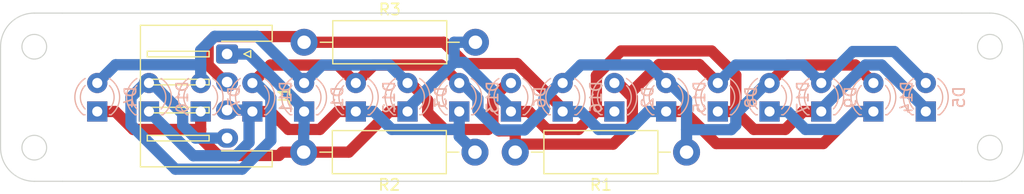
<source format=kicad_pcb>
(kicad_pcb (version 20211014) (generator pcbnew)
  (layers (0 "F.Cu" signal) (31 "B.Cu" signal) (34 "B.Paste" user) (35 "F.Paste" user) (36 "B.SilkS" user "B.Silkscreen") (37 "F.SilkS" user "F.Silkscreen") (38 "B.Mask" user) (39 "F.Mask" user) (44 "Edge.Cuts" user))
  (net 0 "")
  (net 1 "3.3V")
  (net 2 "Net-(D1-Pad2)")
  (net 3 "SIG_1")
  (net 4 "GND")
  (net 5 "SIG_2")
  (footprint "Resistor_THT:R_Axial_DIN0411_L9.9mm_D3.6mm_P15.24mm_Horizontal" (layer "F.Cu") (at 202.7 135.4 180)
    (fp_text reference "R2" (at 7.62 -2.92) (layer "F.SilkS"))
    (fp_text value "100K")
    (fp_line (start 12.69 1.92) (end 12.69 -1.92) (layer "F.SilkS") (width 0.12))
    (fp_line (start 2.55 1.92) (end 12.69 1.92) (layer "F.SilkS") (width 0.12))
    (fp_line (start 13.8 0) (end 12.69 0) (layer "F.SilkS") (width 0.12))
    (fp_line (start 1.44 0) (end 2.55 0) (layer "F.SilkS") (width 0.12))
    (fp_line (start 12.69 -1.92) (end 2.55 -1.92) (layer "F.SilkS") (width 0.12))
    (fp_line (start 2.55 -1.92) (end 2.55 1.92) (layer "F.SilkS") (width 0.12))
    (pad "1" thru_hole circle (at 0 0 180) (size 2.4 2.4) (drill 1.2) (layers *.Cu *.Mask) (net 3 "SIG_1"))
    (pad "2" thru_hole oval (at 15.24 0 180) (size 2.4 2.4) (drill 1.2) (layers *.Cu *.Mask) (net 4 "GND"))
  )
  (footprint "Resistor_THT:R_Axial_DIN0411_L9.9mm_D3.6mm_P15.24mm_Horizontal" (layer "F.Cu") (at 187.5 125.6)
    (fp_text reference "R3" (at 7.62 -2.92) (layer "F.SilkS"))
    (fp_text value "100K")
    (fp_line (start 1.44 0) (end 2.55 0) (layer "F.SilkS") (width 0.12))
    (fp_line (start 2.55 -1.92) (end 2.55 1.92) (layer "F.SilkS") (width 0.12))
    (fp_line (start 12.69 -1.92) (end 2.55 -1.92) (layer "F.SilkS") (width 0.12))
    (fp_line (start 13.8 0) (end 12.69 0) (layer "F.SilkS") (width 0.12))
    (fp_line (start 2.55 1.92) (end 12.69 1.92) (layer "F.SilkS") (width 0.12))
    (fp_line (start 12.69 1.92) (end 12.69 -1.92) (layer "F.SilkS") (width 0.12))
    (pad "1" thru_hole circle (at 0 0) (size 2.4 2.4) (drill 1.2) (layers *.Cu *.Mask) (net 5 "SIG_2"))
    (pad "2" thru_hole oval (at 15.24 0) (size 2.4 2.4) (drill 1.2) (layers *.Cu *.Mask) (net 4 "GND"))
  )
  (footprint "Resistor_THT:R_Axial_DIN0411_L9.9mm_D3.6mm_P15.24mm_Horizontal" (layer "F.Cu") (at 221.52 135.4 180)
    (fp_text reference "R1" (at 7.62 -2.92) (layer "F.SilkS"))
    (fp_text value "47R")
    (fp_line (start 12.69 1.92) (end 12.69 -1.92) (layer "F.SilkS") (width 0.12))
    (fp_line (start 13.8 0) (end 12.69 0) (layer "F.SilkS") (width 0.12))
    (fp_line (start 2.55 1.92) (end 12.69 1.92) (layer "F.SilkS") (width 0.12))
    (fp_line (start 2.55 -1.92) (end 2.55 1.92) (layer "F.SilkS") (width 0.12))
    (fp_line (start 1.44 0) (end 2.55 0) (layer "F.SilkS") (width 0.12))
    (fp_line (start 12.69 -1.92) (end 2.55 -1.92) (layer "F.SilkS") (width 0.12))
    (pad "1" thru_hole circle (at 0 0 180) (size 2.4 2.4) (drill 1.2) (layers *.Cu *.Mask) (net 1 "3.3V"))
    (pad "2" thru_hole oval (at 15.24 0 180) (size 2.4 2.4) (drill 1.2) (layers *.Cu *.Mask) (net 2 "Net-(D1-Pad2)"))
  )
  (footprint "Connector_JST:JST_XH_S4B-XH-A-1_1x04_P2.50mm_Horizontal" (layer "F.Cu") (at 180.65 126.65 -90)
    (fp_text reference "J1" (at 3.75 -5.1 90) (layer "F.SilkS"))
    (fp_text value "Conn_01x04")
    (fp_line (start 2.75 7.1) (end 2.75 1.6) (layer "F.SilkS") (width 0.12))
    (fp_line (start 4.75 1.6) (end 4.75 7.1) (layer "F.SilkS") (width 0.12))
    (fp_line (start 2.75 1.6) (end 2.25 1.6) (layer "F.SilkS") (width 0.12))
    (fp_line (start 7.75 7.1) (end 7.75 1.6) (layer "F.SilkS") (width 0.12))
    (fp_line (start 7.25 7.1) (end 7.75 7.1) (layer "F.SilkS") (width 0.12))
    (fp_line (start 7.25 1.6) (end 7.25 7.1) (layer "F.SilkS") (width 0.12))
    (fp_line (start -0.25 1.6) (end -0.25 7.1) (layer "F.SilkS") (width 0.12))
    (fp_line (start 3.75 7.71) (end 10.06 7.71) (layer "F.SilkS") (width 0.12))
    (fp_line (start 4.75 7.1) (end 5.25 7.1) (layer "F.SilkS") (width 0.12))
    (fp_line (start -1.14 -4.01) (end -1.14 0.49) (layer "F.SilkS") (width 0.12))
    (fp_line (start 10.06 7.71) (end 10.06 -4.01) (layer "F.SilkS") (width 0.12))
    (fp_line (start 3.75 7.71) (end -2.56 7.71) (layer "F.SilkS") (width 0.12))
    (fp_line (start 10.06 -4.01) (end 8.64 -4.01) (layer "F.SilkS") (width 0.12))
    (fp_line (start 5.25 1.6) (end 4.75 1.6) (layer "F.SilkS") (width 0.12))
    (fp_line (start 2.25 1.6) (end 2.25 7.1) (layer "F.SilkS") (width 0.12))
    (fp_line (start 0.25 1.6) (end -0.25 1.6) (layer "F.SilkS") (width 0.12))
    (fp_line (start 0 -1.5) (end -0.3 -2.1) (layer "F.SilkS") (width 0.12))
    (fp_line (start 0.3 -2.1) (end 0 -1.5) (layer "F.SilkS") (width 0.12))
    (fp_line (start -2.56 7.71) (end -2.56 -4.01) (layer "F.SilkS") (width 0.12))
    (fp_line (start -2.56 -4.01) (end -1.14 -4.01) (layer "F.SilkS") (width 0.12))
    (fp_line (start 8.64 -4.01) (end 8.64 0.49) (layer "F.SilkS") (width 0.12))
    (fp_line (start 7.75 1.6) (end 7.25 1.6) (layer "F.SilkS") (width 0.12))
    (fp_line (start 0.25 7.1) (end 0.25 1.6) (layer "F.SilkS") (width 0.12))
    (fp_line (start 5.25 7.1) (end 5.25 1.6) (layer "F.SilkS") (width 0.12))
    (fp_line (start -0.25 7.1) (end 0.25 7.1) (layer "F.SilkS") (width 0.12))
    (fp_line (start 2.25 7.1) (end 2.75 7.1) (layer "F.SilkS") (width 0.12))
    (fp_line (start -0.3 -2.1) (end 0.3 -2.1) (layer "F.SilkS") (width 0.12))
    (pad "1" thru_hole roundrect (at 0 0 270) (size 1.7 1.95) (drill 0.95) (layers *.Cu *.Mask) (roundrect_rratio 0.1470588235) (net 4 "GND"))
    (pad "2" thru_hole oval (at 2.5 0 270) (size 1.7 1.95) (drill 0.95) (layers *.Cu *.Mask) (net 5 "SIG_2"))
    (pad "3" thru_hole oval (at 5 0 270) (size 1.7 1.95) (drill 0.95) (layers *.Cu *.Mask) (net 3 "SIG_1"))
    (pad "4" thru_hole oval (at 7.5 0 270) (size 1.7 1.95) (drill 0.95) (layers *.Cu *.Mask) (net 1 "3.3V"))
  )
  (footprint "RCJ_Library:NJL7302L_F3" (layer "B.Cu") (at 238.14 131.775 90)
    (fp_text reference "D14" (at 1.27 2.96 90) (layer "B.SilkS") (effects (justify mirror)))
    (fp_text value "D_Photo")
    (fp_line (start -0.29 1.236) (end -0.29 1.08) (layer "B.SilkS") (width 0.12))
    (fp_line (start -0.29 -1.08) (end -0.29 -1.236) (layer "B.SilkS") (width 0.12))
    (fp_arc (start 2.31113 1.079837) (mid 1.270117 1.5) (end 0.229039 1.08) (layer "B.SilkS") (width 0.12))
    (fp_arc (start 2.942335 1.078608) (mid 1.366487 1.987659) (end -0.29 1.235516) (layer "B.SilkS") (width 0.12))
    (fp_arc (start -0.29 -1.235516) (mid 1.366487 -1.987659) (end 2.942335 -1.078608) (layer "B.SilkS") (width 0.12))
    (fp_arc (start 0.229039 -1.08) (mid 1.270117 -1.5) (end 2.31113 -1.079837) (layer "B.SilkS") (width 0.12))
    (pad "1" thru_hole rect (at 0 0 90) (size 1.8 1.8) (drill 0.9) (layers *.Cu *.Mask) (net 5 "SIG_2"))
    (pad "2" thru_hole circle (at 2.54 0 90) (size 1.8 1.8) (drill 0.9) (layers *.Cu *.Mask) (net 1 "3.3V"))
  )
  (footprint "LED_THT:LED_D3.0mm" (layer "B.Cu") (at 187.5 131.775 90)
    (fp_text reference "D1" (at 1.27 2.96 90) (layer "B.SilkS") (effects (justify mirror)))
    (fp_text value "LED")
    (fp_line (start -0.29 1.236) (end -0.29 1.08) (layer "B.SilkS") (width 0.12))
    (fp_line (start -0.29 -1.08) (end -0.29 -1.236) (layer "B.SilkS") (width 0.12))
    (fp_arc (start 0.229039 -1.08) (mid 1.270117 -1.5) (end 2.31113 -1.079837) (layer "B.SilkS") (width 0.12))
    (fp_arc (start 2.31113 1.079837) (mid 1.270117 1.5) (end 0.229039 1.08) (layer "B.SilkS") (width 0.12))
    (fp_arc (start -0.29 -1.235516) (mid 1.366487 -1.987659) (end 2.942335 -1.078608) (layer "B.SilkS") (width 0.12))
    (fp_arc (start 2.942335 1.078608) (mid 1.366487 1.987659) (end -0.29 1.235516) (layer "B.SilkS") (width 0.12))
    (pad "1" thru_hole rect (at 0 0 90) (size 1.8 1.8) (drill 0.9) (layers *.Cu *.Mask) (net 4 "GND"))
    (pad "2" thru_hole circle (at 2.54 0 90) (size 1.8 1.8) (drill 0.9) (layers *.Cu *.Mask) (net 2 "Net-(D1-Pad2)"))
  )
  (footprint "LED_THT:LED_D3.0mm" (layer "B.Cu") (at 169.1 131.775 90)
    (fp_text reference "D4" (at 1.27 2.96 90) (layer "B.SilkS") (effects (justify mirror)))
    (fp_text value "LED")
    (fp_line (start -0.29 -1.08) (end -0.29 -1.236) (layer "B.SilkS") (width 0.12))
    (fp_line (start -0.29 1.236) (end -0.29 1.08) (layer "B.SilkS") (width 0.12))
    (fp_arc (start 2.942335 1.078608) (mid 1.366487 1.987659) (end -0.29 1.235516) (layer "B.SilkS") (width 0.12))
    (fp_arc (start 0.229039 -1.08) (mid 1.270117 -1.5) (end 2.31113 -1.079837) (layer "B.SilkS") (width 0.12))
    (fp_arc (start 2.31113 1.079837) (mid 1.270117 1.5) (end 0.229039 1.08) (layer "B.SilkS") (width 0.12))
    (fp_arc (start -0.29 -1.235516) (mid 1.366487 -1.987659) (end 2.942335 -1.078608) (layer "B.SilkS") (width 0.12))
    (pad "1" thru_hole rect (at 0 0 90) (size 1.8 1.8) (drill 0.9) (layers *.Cu *.Mask) (net 4 "GND"))
    (pad "2" thru_hole circle (at 2.54 0 90) (size 1.8 1.8) (drill 0.9) (layers *.Cu *.Mask) (net 2 "Net-(D1-Pad2)"))
  )
  (footprint "RCJ_Library:NJL7302L_F3" (layer "B.Cu") (at 228.9 131.775 90)
    (fp_text reference "D17" (at 1.27 2.96 90) (layer "B.SilkS") (effects (justify mirror)))
    (fp_text value "D_Photo")
    (fp_line (start -0.29 -1.08) (end -0.29 -1.236) (layer "B.SilkS") (width 0.12))
    (fp_line (start -0.29 1.236) (end -0.29 1.08) (layer "B.SilkS") (width 0.12))
    (fp_arc (start 2.31113 1.079837) (mid 1.270117 1.5) (end 0.229039 1.08) (layer "B.SilkS") (width 0.12))
    (fp_arc (start 0.229039 -1.08) (mid 1.270117 -1.5) (end 2.31113 -1.079837) (layer "B.SilkS") (width 0.12))
    (fp_arc (start 2.942335 1.078608) (mid 1.366487 1.987659) (end -0.29 1.235516) (layer "B.SilkS") (width 0.12))
    (fp_arc (start -0.29 -1.235516) (mid 1.366487 -1.987659) (end 2.942335 -1.078608) (layer "B.SilkS") (width 0.12))
    (pad "1" thru_hole rect (at 0 0 90) (size 1.8 1.8) (drill 0.9) (layers *.Cu *.Mask) (net 5 "SIG_2"))
    (pad "2" thru_hole circle (at 2.54 0 90) (size 1.8 1.8) (drill 0.9) (layers *.Cu *.Mask) (net 1 "3.3V"))
  )
  (footprint "LED_THT:LED_D3.0mm" (layer "B.Cu") (at 233.5 131.775 90)
    (fp_text reference "D9" (at 1.27 2.6 90) (layer "B.SilkS") (effects (justify mirror)))
    (fp_text value "LED")
    (fp_line (start -0.29 -1.08) (end -0.29 -1.236) (layer "B.SilkS") (width 0.12))
    (fp_line (start -0.29 1.236) (end -0.29 1.08) (layer "B.SilkS") (width 0.12))
    (fp_arc (start -0.29 -1.235516) (mid 1.366487 -1.987659) (end 2.942335 -1.078608) (layer "B.SilkS") (width 0.12))
    (fp_arc (start 2.942335 1.078608) (mid 1.366487 1.987659) (end -0.29 1.235516) (layer "B.SilkS") (width 0.12))
    (fp_arc (start 0.229039 -1.08) (mid 1.270117 -1.5) (end 2.31113 -1.079837) (layer "B.SilkS") (width 0.12))
    (fp_arc (start 2.31113 1.079837) (mid 1.270117 1.5) (end 0.229039 1.08) (layer "B.SilkS") (width 0.12))
    (pad "1" thru_hole rect (at 0 0 90) (size 1.8 1.8) (drill 0.9) (layers *.Cu *.Mask) (net 4 "GND"))
    (pad "2" thru_hole circle (at 2.54 0 90) (size 1.8 1.8) (drill 0.9) (layers *.Cu *.Mask) (net 2 "Net-(D1-Pad2)"))
  )
  (footprint "RCJ_Library:NJL7302L_F3" (layer "B.Cu") (at 192.1 131.775 90)
    (fp_text reference "D12" (at 1.27 2.96 90) (layer "B.SilkS") (effects (justify mirror)))
    (fp_text value "D_Photo")
    (fp_line (start -0.29 -1.08) (end -0.29 -1.236) (layer "B.SilkS") (width 0.12))
    (fp_line (start -0.29 1.236) (end -0.29 1.08) (layer "B.SilkS") (width 0.12))
    (fp_arc (start 2.942335 1.078608) (mid 1.366487 1.987659) (end -0.29 1.235516) (layer "B.SilkS") (width 0.12))
    (fp_arc (start 0.229039 -1.08) (mid 1.270117 -1.5) (end 2.31113 -1.079837) (layer "B.SilkS") (width 0.12))
    (fp_arc (start 2.31113 1.079837) (mid 1.270117 1.5) (end 0.229039 1.08) (layer "B.SilkS") (width 0.12))
    (fp_arc (start -0.29 -1.235516) (mid 1.366487 -1.987659) (end 2.942335 -1.078608) (layer "B.SilkS") (width 0.12))
    (pad "1" thru_hole rect (at 0 0 90) (size 1.8 1.8) (drill 0.9) (layers *.Cu *.Mask) (net 3 "SIG_1"))
    (pad "2" thru_hole circle (at 2.54 0 90) (size 1.8 1.8) (drill 0.9) (layers *.Cu *.Mask) (net 1 "3.3V"))
  )
  (footprint "RCJ_Library:NJL7302L_F3" (layer "B.Cu") (at 210.5 131.775 90)
    (fp_text reference "D16" (at 1.27 2.96 90) (layer "B.SilkS") (effects (justify mirror)))
    (fp_text value "D_Photo")
    (fp_line (start -0.29 1.236) (end -0.29 1.08) (layer "B.SilkS") (width 0.12))
    (fp_line (start -0.29 -1.08) (end -0.29 -1.236) (layer "B.SilkS") (width 0.12))
    (fp_arc (start 2.942335 1.078608) (mid 1.366487 1.987659) (end -0.29 1.235516) (layer "B.SilkS") (width 0.12))
    (fp_arc (start 2.31113 1.079837) (mid 1.270117 1.5) (end 0.229039 1.08) (layer "B.SilkS") (width 0.12))
    (fp_arc (start -0.29 -1.235516) (mid 1.366487 -1.987659) (end 2.942335 -1.078608) (layer "B.SilkS") (width 0.12))
    (fp_arc (start 0.229039 -1.08) (mid 1.270117 -1.5) (end 2.31113 -1.079837) (layer "B.SilkS") (width 0.12))
    (pad "1" thru_hole rect (at 0 0 90) (size 1.8 1.8) (drill 0.9) (layers *.Cu *.Mask) (net 5 "SIG_2"))
    (pad "2" thru_hole circle (at 2.54 0 90) (size 1.8 1.8) (drill 0.9) (layers *.Cu *.Mask) (net 1 "3.3V"))
  )
  (footprint "LED_THT:LED_D3.0mm" (layer "B.Cu") (at 224.3 131.775 90)
    (fp_text reference "D8" (at 1.27 2.96 90) (layer "B.SilkS") (effects (justify mirror)))
    (fp_text value "LED")
    (fp_line (start -0.29 1.236) (end -0.29 1.08) (layer "B.SilkS") (width 0.12))
    (fp_line (start -0.29 -1.08) (end -0.29 -1.236) (layer "B.SilkS") (width 0.12))
    (fp_arc (start 0.229039 -1.08) (mid 1.270117 -1.5) (end 2.31113 -1.079837) (layer "B.SilkS") (width 0.12))
    (fp_arc (start -0.29 -1.235516) (mid 1.366487 -1.987659) (end 2.942335 -1.078608) (layer "B.SilkS") (width 0.12))
    (fp_arc (start 2.31113 1.079837) (mid 1.270117 1.5) (end 0.229039 1.08) (layer "B.SilkS") (width 0.12))
    (fp_arc (start 2.942335 1.078608) (mid 1.366487 1.987659) (end -0.29 1.235516) (layer "B.SilkS") (width 0.12))
    (pad "1" thru_hole rect (at 0 0 90) (size 1.8 1.8) (drill 0.9) (layers *.Cu *.Mask) (net 4 "GND"))
    (pad "2" thru_hole circle (at 2.54 0 90) (size 1.8 1.8) (drill 0.9) (layers *.Cu *.Mask) (net 2 "Net-(D1-Pad2)"))
  )
  (footprint "RCJ_Library:NJL7302L_F3" (layer "B.Cu") (at 182.9 131.775 90)
    (fp_text reference "D11" (at 1.27 2.96 90) (layer "B.SilkS") (effects (justify mirror)))
    (fp_text value "D_Photo")
    (fp_line (start -0.29 -1.08) (end -0.29 -1.236) (layer "B.SilkS") (width 0.12))
    (fp_line (start -0.29 1.236) (end -0.29 1.08) (layer "B.SilkS") (width 0.12))
    (fp_arc (start 2.31113 1.079837) (mid 1.270117 1.5) (end 0.229039 1.08) (layer "B.SilkS") (width 0.12))
    (fp_arc (start -0.29 -1.235516) (mid 1.366487 -1.987659) (end 2.942335 -1.078608) (layer "B.SilkS") (width 0.12))
    (fp_arc (start 0.229039 -1.08) (mid 1.270117 -1.5) (end 2.31113 -1.079837) (layer "B.SilkS") (width 0.12))
    (fp_arc (start 2.942335 1.078608) (mid 1.366487 1.987659) (end -0.29 1.235516) (layer "B.SilkS") (width 0.12))
    (pad "1" thru_hole rect (at 0 0 90) (size 1.8 1.8) (drill 0.9) (layers *.Cu *.Mask) (net 3 "SIG_1"))
    (pad "2" thru_hole circle (at 2.54 0 90) (size 1.8 1.8) (drill 0.9) (layers *.Cu *.Mask) (net 1 "3.3V"))
  )
  (footprint "RCJ_Library:NJL7302L_F3" (layer "B.Cu") (at 201.3 131.775 90)
    (fp_text reference "D13" (at 1.27 2.96 90) (layer "B.SilkS") (effects (justify mirror)))
    (fp_text value "D_Photo")
    (fp_line (start -0.29 1.236) (end -0.29 1.08) (layer "B.SilkS") (width 0.12))
    (fp_line (start -0.29 -1.08) (end -0.29 -1.236) (layer "B.SilkS") (width 0.12))
    (fp_arc (start 0.229039 -1.08) (mid 1.270117 -1.5) (end 2.31113 -1.079837) (layer "B.SilkS") (width 0.12))
    (fp_arc (start -0.29 -1.235516) (mid 1.366487 -1.987659) (end 2.942335 -1.078608) (layer "B.SilkS") (width 0.12))
    (fp_arc (start 2.942335 1.078608) (mid 1.366487 1.987659) (end -0.29 1.235516) (layer "B.SilkS") (width 0.12))
    (fp_arc (start 2.31113 1.079837) (mid 1.270117 1.5) (end 0.229039 1.08) (layer "B.SilkS") (width 0.12))
    (pad "1" thru_hole rect (at 0 0 90) (size 1.8 1.8) (drill 0.9) (layers *.Cu *.Mask) (net 3 "SIG_1"))
    (pad "2" thru_hole circle (at 2.54 0 90) (size 1.8 1.8) (drill 0.9) (layers *.Cu *.Mask) (net 1 "3.3V"))
  )
  (footprint "RCJ_Library:NJL7302L_F3" (layer "B.Cu") (at 173.7 131.775 90)
    (fp_text reference "D10" (at 1.27 2.96 90) (layer "B.SilkS") (effects (justify mirror)))
    (fp_text value "D_Photo")
    (fp_line (start -0.29 1.236) (end -0.29 1.08) (layer "B.SilkS") (width 0.12))
    (fp_line (start -0.29 -1.08) (end -0.29 -1.236) (layer "B.SilkS") (width 0.12))
    (fp_arc (start -0.29 -1.235516) (mid 1.366487 -1.987659) (end 2.942335 -1.078608) (layer "B.SilkS") (width 0.12))
    (fp_arc (start 0.229039 -1.08) (mid 1.270117 -1.5) (end 2.31113 -1.079837) (layer "B.SilkS") (width 0.12))
    (fp_arc (start 2.942335 1.078608) (mid 1.366487 1.987659) (end -0.29 1.235516) (layer "B.SilkS") (width 0.12))
    (fp_arc (start 2.31113 1.079837) (mid 1.270117 1.5) (end 0.229039 1.08) (layer "B.SilkS") (width 0.12))
    (pad "1" thru_hole rect (at 0 0 90) (size 1.8 1.8) (drill 0.9) (layers *.Cu *.Mask) (net 3 "SIG_1"))
    (pad "2" thru_hole circle (at 2.54 0 90) (size 1.8 1.8) (drill 0.9) (layers *.Cu *.Mask) (net 1 "3.3V"))
  )
  (footprint "RCJ_Library:NJL7302L_F3" (layer "B.Cu") (at 219.7 131.775 90)
    (fp_text reference "D15" (at 1.27 2.96 90) (layer "B.SilkS") (effects (justify mirror)))
    (fp_text value "D_Photo")
    (fp_line (start -0.29 -1.08) (end -0.29 -1.236) (layer "B.SilkS") (width 0.12))
    (fp_line (start -0.29 1.236) (end -0.29 1.08) (layer "B.SilkS") (width 0.12))
    (fp_arc (start 2.31113 1.079837) (mid 1.270117 1.5) (end 0.229039 1.08) (layer "B.SilkS") (width 0.12))
    (fp_arc (start -0.29 -1.235516) (mid 1.366487 -1.987659) (end 2.942335 -1.078608) (layer "B.SilkS") (width 0.12))
    (fp_arc (start 2.942335 1.078608) (mid 1.366487 1.987659) (end -0.29 1.235516) (layer "B.SilkS") (width 0.12))
    (fp_arc (start 0.229039 -1.08) (mid 1.270117 -1.5) (end 2.31113 -1.079837) (layer "B.SilkS") (width 0.12))
    (pad "1" thru_hole rect (at 0 0 90) (size 1.8 1.8) (drill 0.9) (layers *.Cu *.Mask) (net 5 "SIG_2"))
    (pad "2" thru_hole circle (at 2.54 0 90) (size 1.8 1.8) (drill 0.9) (layers *.Cu *.Mask) (net 1 "3.3V"))
  )
  (footprint "LED_THT:LED_D3.0mm" (layer "B.Cu") (at 205.9 131.775 90)
    (fp_text reference "D6" (at 1.27 2.56 90) (layer "B.SilkS") (effects (justify mirror)))
    (fp_text value "LED")
    (fp_line (start -0.29 1.236) (end -0.29 1.08) (layer "B.SilkS") (width 0.12))
    (fp_line (start -0.29 -1.08) (end -0.29 -1.236) (layer "B.SilkS") (width 0.12))
    (fp_arc (start 2.942335 1.078608) (mid 1.366487 1.987659) (end -0.29 1.235516) (layer "B.SilkS") (width 0.12))
    (fp_arc (start 0.229039 -1.08) (mid 1.270117 -1.5) (end 2.31113 -1.079837) (layer "B.SilkS") (width 0.12))
    (fp_arc (start 2.31113 1.079837) (mid 1.270117 1.5) (end 0.229039 1.08) (layer "B.SilkS") (width 0.12))
    (fp_arc (start -0.29 -1.235516) (mid 1.366487 -1.987659) (end 2.942335 -1.078608) (layer "B.SilkS") (width 0.12))
    (pad "1" thru_hole rect (at 0 0 90) (size 1.8 1.8) (drill 0.9) (layers *.Cu *.Mask) (net 4 "GND"))
    (pad "2" thru_hole circle (at 2.54 0 90) (size 1.8 1.8) (drill 0.9) (layers *.Cu *.Mask) (net 2 "Net-(D1-Pad2)"))
  )
  (footprint "LED_THT:LED_D3.0mm" (layer "B.Cu") (at 178.3 131.775 90)
    (fp_text reference "D7" (at 1.27 2.96 90) (layer "B.SilkS") (effects (justify mirror)))
    (fp_text value "LED")
    (fp_line (start -0.29 1.236) (end -0.29 1.08) (layer "B.SilkS") (width 0.12))
    (fp_line (start -0.29 -1.08) (end -0.29 -1.236) (layer "B.SilkS") (width 0.12))
    (fp_arc (start 2.942335 1.078608) (mid 1.366487 1.987659) (end -0.29 1.235516) (layer "B.SilkS") (width 0.12))
    (fp_arc (start 2.31113 1.079837) (mid 1.270117 1.5) (end 0.229039 1.08) (layer "B.SilkS") (width 0.12))
    (fp_arc (start -0.29 -1.235516) (mid 1.366487 -1.987659) (end 2.942335 -1.078608) (layer "B.SilkS") (width 0.12))
    (fp_arc (start 0.229039 -1.08) (mid 1.270117 -1.5) (end 2.31113 -1.079837) (layer "B.SilkS") (width 0.12))
    (pad "1" thru_hole rect (at 0 0 90) (size 1.8 1.8) (drill 0.9) (layers *.Cu *.Mask) (net 4 "GND"))
    (pad "2" thru_hole circle (at 2.54 0 90) (size 1.8 1.8) (drill 0.9) (layers *.Cu *.Mask) (net 2 "Net-(D1-Pad2)"))
  )
  (footprint "LED_THT:LED_D3.0mm" (layer "B.Cu") (at 215.1 131.775 90)
    (fp_text reference "D2" (at 1.27 2.96 90) (layer "B.SilkS") (effects (justify mirror)))
    (fp_text value "LED")
    (fp_line (start -0.29 1.236) (end -0.29 1.08) (layer "B.SilkS") (width 0.12))
    (fp_line (start -0.29 -1.08) (end -0.29 -1.236) (layer "B.SilkS") (width 0.12))
    (fp_arc (start -0.29 -1.235516) (mid 1.366487 -1.987659) (end 2.942335 -1.078608) (layer "B.SilkS") (width 0.12))
    (fp_arc (start 2.942335 1.078608) (mid 1.366487 1.987659) (end -0.29 1.235516) (layer "B.SilkS") (width 0.12))
    (fp_arc (start 0.229039 -1.08) (mid 1.270117 -1.5) (end 2.31113 -1.079837) (layer "B.SilkS") (width 0.12))
    (fp_arc (start 2.31113 1.079837) (mid 1.270117 1.5) (end 0.229039 1.08) (layer "B.SilkS") (width 0.12))
    (pad "1" thru_hole rect (at 0 0 90) (size 1.8 1.8) (drill 0.9) (layers *.Cu *.Mask) (net 4 "GND"))
    (pad "2" thru_hole circle (at 2.54 0 90) (size 1.8 1.8) (drill 0.9) (layers *.Cu *.Mask) (net 2 "Net-(D1-Pad2)"))
  )
  (footprint "LED_THT:LED_D3.0mm" (layer "B.Cu") (at 196.7 131.775 90)
    (fp_text reference "D3" (at 1.27 2.96 90) (layer "B.SilkS") (effects (justify mirror)))
    (fp_text value "LED")
    (fp_line (start -0.29 -1.08) (end -0.29 -1.236) (layer "B.SilkS") (width 0.12))
    (fp_line (start -0.29 1.236) (end -0.29 1.08) (layer "B.SilkS") (width 0.12))
    (fp_arc (start 2.31113 1.079837) (mid 1.270117 1.5) (end 0.229039 1.08) (layer "B.SilkS") (width 0.12))
    (fp_arc (start 0.229039 -1.08) (mid 1.270117 -1.5) (end 2.31113 -1.079837) (layer "B.SilkS") (width 0.12))
    (fp_arc (start -0.29 -1.235516) (mid 1.366487 -1.987659) (end 2.942335 -1.078608) (layer "B.SilkS") (width 0.12))
    (fp_arc (start 2.942335 1.078608) (mid 1.366487 1.987659) (end -0.29 1.235516) (layer "B.SilkS") (width 0.12))
    (pad "1" thru_hole rect (at 0 0 90) (size 1.8 1.8) (drill 0.9) (layers *.Cu *.Mask) (net 4 "GND"))
    (pad "2" thru_hole circle (at 2.54 0 90) (size 1.8 1.8) (drill 0.9) (layers *.Cu *.Mask) (net 2 "Net-(D1-Pad2)"))
  )
  (footprint "LED_THT:LED_D3.0mm" (layer "B.Cu") (at 242.8 131.775 90)
    (fp_text reference "D5" (at 1.27 2.96 90) (layer "B.SilkS") (effects (justify mirror)))
    (fp_text value "LED")
    (fp_line (start -0.29 1.236) (end -0.29 1.08) (layer "B.SilkS") (width 0.12))
    (fp_line (start -0.29 -1.08) (end -0.29 -1.236) (layer "B.SilkS") (width 0.12))
    (fp_arc (start 0.229039 -1.08) (mid 1.270117 -1.5) (end 2.31113 -1.079837) (layer "B.SilkS") (width 0.12))
    (fp_arc (start -0.29 -1.235516) (mid 1.366487 -1.987659) (end 2.942335 -1.078608) (layer "B.SilkS") (width 0.12))
    (fp_arc (start 2.31113 1.079837) (mid 1.270117 1.5) (end 0.229039 1.08) (layer "B.SilkS") (width 0.12))
    (fp_arc (start 2.942335 1.078608) (mid 1.366487 1.987659) (end -0.29 1.235516) (layer "B.SilkS") (width 0.12))
    (pad "1" thru_hole rect (at 0 0 90) (size 1.8 1.8) (drill 0.9) (layers *.Cu *.Mask) (net 4 "GND"))
    (pad "2" thru_hole circle (at 2.54 0 90) (size 1.8 1.8) (drill 0.9) (layers *.Cu *.Mask) (net 2 "Net-(D1-Pad2)"))
  )
  (gr_line (start 163.5 138) (end 166 138) (layer "Edge.Cuts") (width 0.1))
  (gr_circle (center 163.5 135) (end 162.4 135) (layer "Edge.Cuts") (width 0.1) (fill none))
  (gr_line (start 251.5 135) (end 251.5 126) (layer "Edge.Cuts") (width 0.1))
  (gr_circle (center 163.5 126) (end 162.4 126) (layer "Edge.Cuts") (width 0.1) (fill none))
  (gr_line (start 246 123) (end 248.5 123) (layer "Edge.Cuts") (width 0.1))
  (gr_line (start 163.5 123) (end 166 123) (layer "Edge.Cuts") (width 0.1))
  (gr_line (start 246 138) (end 166 138) (layer "Edge.Cuts") (width 0.1))
  (gr_arc (start 251.5 135) (mid 250.62132 137.12132) (end 248.5 138) (layer "Edge.Cuts") (width 0.1))
  (gr_circle (center 248.5 126) (end 249.6 126) (layer "Edge.Cuts") (width 0.1) (fill none))
  (gr_arc (start 163.5 138) (mid 161.37868 137.12132) (end 160.5 135) (layer "Edge.Cuts") (width 0.1))
  (gr_line (start 160.5 126) (end 160.5 135) (layer "Edge.Cuts") (width 0.1))
  (gr_arc (start 248.5 123) (mid 250.62132 123.87868) (end 251.5 126) (layer "Edge.Cuts") (width 0.1))
  (gr_circle (center 248.5 135) (end 249.6 135) (layer "Edge.Cuts") (width 0.1) (fill none))
  (gr_arc (start 160.5 126) (mid 161.37868 123.87868) (end 163.5 123) (layer "Edge.Cuts") (width 0.1))
  (gr_line (start 246 138) (end 248.5 138) (layer "Edge.Cuts") (width 0.1))
  (gr_line (start 166 123) (end 246 123) (layer "Edge.Cuts") (width 0.1))
  (segment (start 201.3 129.235) (end 199.6996 127.6346) (width 1) (layer "F.Cu") (net 1))
  (segment (start 230.5043 127.6307) (end 236.5357 127.6307) (width 1) (layer "F.Cu") (net 1))
  (segment (start 236.5357 127.6307) (end 238.14 129.235) (width 1) (layer "F.Cu") (net 1))
  (segment (start 228.9 129.235) (end 230.5043 127.6307) (width 1) (layer "F.Cu") (net 1))
  (segment (start 199.6996 127.6346) (end 193.7004 127.6346) (width 1) (layer "F.Cu") (net 1))
  (segment (start 182.9 129.235) (end 184.5004 127.6346) (width 1) (layer "F.Cu") (net 1))
  (segment (start 190.4996 127.6346) (end 192.1 129.235) (width 1) (layer "F.Cu") (net 1))
  (segment (start 184.5004 127.6346) (end 190.4996 127.6346) (width 1) (layer "F.Cu") (net 1))
  (segment (start 193.7004 127.6346) (end 192.1 129.235) (width 1) (layer "F.Cu") (net 1))
  (segment (start 181.9848 136.9185) (end 176.0531 136.9185) (width 1) (layer "B.Cu") (net 1))
  (segment (start 182.9 129.235) (end 183.2128 129.235) (width 1) (layer "B.Cu") (net 1))
  (segment (start 220.0195 129.235) (end 219.7 129.235) (width 1) (layer "B.Cu") (net 1))
  (segment (start 202.9625 130.6258) (end 201.5717 129.235) (width 1) (layer "B.Cu") (net 1))
  (segment (start 184.5403 130.5625) (end 184.5403 134.363) (width 1) (layer "B.Cu") (net 1))
  (segment (start 176.0531 136.9185) (end 172.0996 132.965) (width 1) (layer "B.Cu") (net 1))
  (segment (start 225.4855 133.3961) (end 225.9004 132.9812) (width 1) (layer "B.Cu") (net 1))
  (segment (start 221.52 133.3961) (end 225.4855 133.3961) (width 1) (layer "B.Cu") (net 1))
  (segment (start 207.1041 133.4168) (end 204.699 133.4168) (width 1) (layer "B.Cu") (net 1))
  (segment (start 176.6996 131.977) (end 173.9576 129.235) (width 1) (layer "B.Cu") (net 1))
  (segment (start 184.5403 134.363) (end 181.9848 136.9185) (width 1) (layer "B.Cu") (net 1))
  (segment (start 183.2128 129.235) (end 184.5403 130.5625) (width 1) (layer "B.Cu") (net 1))
  (segment (start 202.9625 131.6803) (end 202.9625 130.6258) (width 1) (layer "B.Cu") (net 1))
  (segment (start 225.9004 131.977) (end 228.6424 129.235) (width 1) (layer "B.Cu") (net 1))
  (segment (start 176.6996 133.005) (end 176.6996 131.977) (width 1) (layer "B.Cu") (net 1))
  (segment (start 212.1152 127.6198) (end 218.0848 127.6198) (width 1) (layer "B.Cu") (net 1))
  (segment (start 218.0848 127.6198) (end 219.7 129.235) (width 1) (layer "B.Cu") (net 1))
  (segment (start 172.0996 130.5049) (end 173.3695 129.235) (width 1) (layer "B.Cu") (net 1))
  (segment (start 221.52 135.4) (end 221.52 133.3961) (width 1) (layer "B.Cu") (net 1))
  (segment (start 208.839 130.6408) (end 208.839 131.6819) (width 1) (layer "B.Cu") (net 1))
  (segment (start 210.5 129.235) (end 210.2448 129.235) (width 1) (layer "B.Cu") (net 1))
  (segment (start 210.2448 129.235) (end 208.839 130.6408) (width 1) (layer "B.Cu") (net 1))
  (segment (start 221.52 130.7355) (end 220.0195 129.235) (width 1) (layer "B.Cu") (net 1))
  (segment (start 221.52 133.3961) (end 221.52 130.7355) (width 1) (layer "B.Cu") (net 1))
  (segment (start 173.3695 129.235) (end 173.7 129.235) (width 1) (layer "B.Cu") (net 1))
  (segment (start 173.9576 129.235) (end 173.7 129.235) (width 1) (layer "B.Cu") (net 1))
  (segment (start 210.5 129.235) (end 212.1152 127.6198) (width 1) (layer "B.Cu") (net 1))
  (segment (start 180.65 134.15) (end 177.8446 134.15) (width 1) (layer "B.Cu") (net 1))
  (segment (start 177.8446 134.15) (end 176.6996 133.005) (width 1) (layer "B.Cu") (net 1))
  (segment (start 204.699 133.4168) (end 202.9625 131.6803) (width 1) (layer "B.Cu") (net 1))
  (segment (start 201.5717 129.235) (end 201.3 129.235) (width 1) (layer "B.Cu") (net 1))
  (segment (start 208.839 131.6819) (end 207.1041 133.4168) (width 1) (layer "B.Cu") (net 1))
  (segment (start 225.9004 132.9812) (end 225.9004 131.977) (width 1) (layer "B.Cu") (net 1))
  (segment (start 228.6424 129.235) (end 228.9 129.235) (width 1) (layer "B.Cu") (net 1))
  (segment (start 172.0996 132.965) (end 172.0996 130.5049) (width 1) (layer "B.Cu") (net 1))
  (segment (start 205.6278 129.235) (end 205.9 129.235) (width 1) (layer "F.Cu") (net 2))
  (segment (start 216.7004 132.9759) (end 216.7004 130.5049) (width 1) (layer "F.Cu") (net 2))
  (segment (start 199.9981 133.3753) (end 203.8751 133.3753) (width 1) (layer "F.Cu") (net 2))
  (segment (start 198.4928 130.7749) (end 198.4928 131.87) (width 1) (layer "F.Cu") (net 2))
  (segment (start 204.8325 133.4997) (end 204.2916 132.9588) (width 1) (layer "F.Cu") (net 2))
  (segment (start 219.0625 127.5872) (end 222.6522 127.5872) (width 1) (layer "F.Cu") (net 2))
  (segment (start 204.2916 130.5712) (end 205.6278 129.235) (width 1) (layer "F.Cu") (net 2))
  (segment (start 196.9529 129.235) (end 198.4928 130.7749) (width 1) (layer "F.Cu") (net 2))
  (segment (start 204.2916 132.9588) (end 204.2916 130.5712) (width 1) (layer "F.Cu") (net 2))
  (segment (start 196.7 129.235) (end 196.9529 129.235) (width 1) (layer "F.Cu") (net 2))
  (segment (start 198.4928 131.87) (end 199.9981 133.3753) (width 1) (layer "F.Cu") (net 2))
  (segment (start 222.6522 127.5872) (end 224.3 129.235) (width 1) (layer "F.Cu") (net 2))
  (segment (start 216.4226 130.2271) (end 219.0625 127.5872) (width 1) (layer "F.Cu") (net 2))
  (segment (start 206.28 135.4) (end 206.28 134.6877) (width 1) (layer "F.Cu") (net 2))
  (segment (start 206.28 134.6877) (end 214.9886 134.6877) (width 1) (layer "F.Cu") (net 2))
  (segment (start 215.4305 129.235) (end 215.1 129.235) (width 1) (layer "F.Cu") (net 2))
  (segment (start 214.9886 134.6877) (end 216.7004 132.9759) (width 1) (layer "F.Cu") (net 2))
  (segment (start 206.28 134.6877) (end 206.28 133.4997) (width 1) (layer "F.Cu") (net 2))
  (segment (start 203.8751 133.3753) (end 204.2916 132.9588) (width 1) (layer "F.Cu") (net 2))
  (segment (start 216.4226 130.2271) (end 215.4305 129.235) (width 1) (layer "F.Cu") (net 2))
  (segment (start 206.28 133.4997) (end 204.8325 133.4997) (width 1) (layer "F.Cu") (net 2))
  (segment (start 216.7004 130.5049) (end 216.4226 130.2271) (width 1) (layer "F.Cu") (net 2))
  (segment (start 170.7303 127.6047) (end 178.3 127.6047) (width 1) (layer "B.Cu") (net 2))
  (segment (start 187.5 129.235) (end 189.1074 127.6276) (width 1) (layer "B.Cu") (net 2))
  (segment (start 178.3 126.3197) (end 178.3 127.6047) (width 1) (layer "B.Cu") (net 2))
  (segment (start 183.3328 125.0678) (end 179.5519 125.0678) (width 1) (layer "B.Cu") (net 2))
  (segment (start 242.8 129.235) (end 239.9889 126.4239) (width 1) (layer "B.Cu") (net 2))
  (segment (start 239.9889 126.4239) (end 236.3111 126.4239) (width 1) (layer "B.Cu") (net 2))
  (segment (start 189.1074 127.6276) (end 195.0926 127.6276) (width 1) (layer "B.Cu") (net 2))
  (segment (start 195.0926 127.6276) (end 196.7 129.235) (width 1) (layer "B.Cu") (net 2))
  (segment (start 169.1 129.235) (end 170.7303 127.6047) (width 1) (layer "B.Cu") (net 2))
  (segment (start 179.5519 125.0678) (end 178.3 126.3197) (width 1) (layer "B.Cu") (net 2))
  (segment (start 178.3 127.6047) (end 178.3 129.235) (width 1) (layer "B.Cu") (net 2))
  (segment (start 236.3111 126.4239) (end 233.5 129.235) (width 1) (layer "B.Cu") (net 2))
  (segment (start 225.9029 127.6321) (end 231.8971 127.6321) (width 1) (layer "B.Cu") (net 2))
  (segment (start 187.5 129.235) (end 183.3328 125.0678) (width 1) (layer "B.Cu") (net 2))
  (segment (start 224.3 129.235) (end 225.9029 127.6321) (width 1) (layer "B.Cu") (net 2))
  (segment (start 231.8971 127.6321) (end 233.5 129.235) (width 1) (layer "B.Cu") (net 2))
  (segment (start 186.1006 133.3753) (end 184.5003 131.775) (width 1) (layer "F.Cu") (net 3))
  (segment (start 188.8994 133.3753) (end 186.1006 133.3753) (width 1) (layer "F.Cu") (net 3))
  (segment (start 190.4997 131.775) (end 188.8994 133.3753) (width 1) (layer "F.Cu") (net 3))
  (segment (start 192.1 131.775) (end 190.4997 131.775) (width 1) (layer "F.Cu") (net 3))
  (segment (start 182.9 131.775) (end 184.5003 131.775) (width 1) (layer "F.Cu") (net 3))
  (segment (start 182.6025 134.5367) (end 181.4211 135.7181) (width 1) (layer "B.Cu") (net 3))
  (segment (start 201.3 134) (end 201.3 133.3754) (width 1) (layer "B.Cu") (net 3))
  (segment (start 192.1 131.775) (end 193.7003 131.775) (width 1) (layer "B.Cu") (net 3))
  (segment (start 195.3007 133.3754) (end 201.3 133.3754) (width 1) (layer "B.Cu") (net 3))
  (segment (start 201.3 133.3754) (end 201.3 131.775) (width 1) (layer "B.Cu") (net 3))
  (segment (start 180.65 131.65) (end 182.3253 131.65) (width 1) (layer "B.Cu") (net 3))
  (segment (start 202.7 135.4) (end 201.3 134) (width 1) (layer "B.Cu") (net 3))
  (segment (start 182.9 131.775) (end 182.7478 131.9272) (width 1) (layer "B.Cu") (net 3))
  (segment (start 181.4211 135.7181) (end 177.6431 135.7181) (width 1) (layer "B.Cu") (net 3))
  (segment (start 177.6431 135.7181) (end 173.7 131.775) (width 1) (layer "B.Cu") (net 3))
  (segment (start 193.7003 131.775) (end 195.3007 133.3754) (width 1) (layer "B.Cu") (net 3))
  (segment (start 182.7478 131.9272) (end 182.6025 131.9272) (width 1) (layer "B.Cu") (net 3))
  (segment (start 182.6025 131.9272) (end 182.3253 131.65) (width 1) (layer "B.Cu") (net 3))
  (segment (start 182.6025 131.9272) (end 182.6025 134.5367) (width 1) (layer "B.Cu") (net 3))
  (segment (start 191.4747 135.4) (end 195.0997 131.775) (width 1) (layer "F.Cu") (net 4))
  (segment (start 205.9 131.775) (end 207.5003 131.775) (width 1) (layer "F.Cu") (net 4))
  (segment (start 185.5597 135.4) (end 185.2593 135.7004) (width 1) (layer "F.Cu") (net 4))
  (segment (start 178.3 134.1293) (end 178.3 133.3754) (width 1) (layer "F.Cu") (net 4))
  (segment (start 170.7003 131.775) (end 172.3007 133.3754) (width 1) (layer "F.Cu") (net 4))
  (segment (start 187.46 135.4) (end 185.5597 135.4) (width 1) (layer "F.Cu") (net 4))
  (segment (start 230.2994 133.3753) (end 227.5006 133.3753) (width 1) (layer "F.Cu") (net 4))
  (segment (start 224.3 131.775) (end 225.6002 131.775) (width 1) (layer "F.Cu") (net 4))
  (segment (start 178.3 133.3754) (end 178.3 131.775) (width 1) (layer "F.Cu") (net 4))
  (segment (start 225.9003 128.5324) (end 223.7428 126.3749) (width 1) (layer "F.Cu") (net 4))
  (segment (start 185.2593 135.7004) (end 179.8711 135.7004) (width 1) (layer "F.Cu") (net 4))
  (segment (start 179.8711 135.7004) (end 178.3 134.1293) (width 1) (layer "F.Cu") (net 4))
  (segment (start 207.5003 131.775) (end 209.1006 133.3753) (width 1) (layer "F.Cu") (net 4))
  (segment (start 169.1 131.775) (end 170.7003 131.775) (width 1) (layer "F.Cu") (net 4))
  (segment (start 215.1 131.775) (end 213.4997 131.775) (width 1) (layer "F.Cu") (net 4))
  (segment (start 215.6901 126.3749) (end 213.4997 128.5653) (width 1) (layer "F.Cu") (net 4))
  (segment (start 231.8997 131.775) (end 230.2994 133.3753) (width 1) (layer "F.Cu") (net 4))
  (segment (start 209.1006 133.3753) (end 211.8994 133.3753) (width 1) (layer "F.Cu") (net 4))
  (segment (start 211.8994 133.3753) (end 213.4997 131.775) (width 1) (layer "F.Cu") (net 4))
  (segment (start 172.3007 133.3754) (end 178.3 133.3754) (width 1) (layer "F.Cu") (net 4))
  (segment (start 227.5006 133.3753) (end 225.9003 131.775) (width 1) (layer "F.Cu") (net 4))
  (segment (start 225.9003 131.775) (end 225.9003 128.5324) (width 1) (layer "F.Cu") (net 4))
  (segment (start 196.7 131.775) (end 195.0997 131.775) (width 1) (layer "F.Cu") (net 4))
  (segment (start 223.7428 126.3749) (end 215.6901 126.3749) (width 1) (layer "F.Cu") (net 4))
  (segment (start 233.5 131.775) (end 231.8997 131.775) (width 1) (layer "F.Cu") (net 4))
  (segment (start 225.6002 131.775) (end 225.9003 131.775) (width 1) (layer "F.Cu") (net 4))
  (segment (start 187.46 135.4) (end 191.4747 135.4) (width 1) (layer "F.Cu") (net 4))
  (segment (start 213.4997 128.5653) (end 213.4997 131.775) (width 1) (layer "F.Cu") (net 4))
  (segment (start 182.5784 126.65) (end 180.65 126.65) (width 1) (layer "B.Cu") (net 4))
  (segment (start 242.8 131.5575) (end 242.8 131.775) (width 1) (layer "B.Cu") (net 4))
  (segment (start 187.5 131.5716) (end 182.5784 126.65) (width 1) (layer "B.Cu") (net 4))
  (segment (start 187.5 131.775) (end 187.5 131.5716) (width 1) (layer "B.Cu") (net 4))
  (segment (start 238.8719 127.6294) (end 242.8 131.5575) (width 1) (layer "B.Cu") (net 4))
  (segment (start 200.8397 127.3936) (end 201.7532 127.3936) (width 1) (layer "B.Cu") (net 4))
  (segment (start 196.7 131.775) (end 196.7 131.5333) (width 1) (layer "B.Cu") (net 4))
  (segment (start 187.46 133.4997) (end 187.5 133.4597) (width 1) (layer "B.Cu") (net 4))
  (segment (start 200.8397 127.3936) (end 200.8397 125.6) (width 1) (layer "B.Cu") (net 4))
  (segment (start 202.74 125.6) (end 200.8397 125.6) (width 1) (layer "B.Cu") (net 4))
  (segment (start 233.5 131.775) (end 233.5 131.5644) (width 1) (layer "B.Cu") (net 4))
  (segment (start 187.46 135.4) (end 187.46 133.4997) (width 1) (layer "B.Cu") (net 4))
  (segment (start 201.7532 127.3936) (end 205.9 131.5404) (width 1) (layer "B.Cu") (net 4))
  (segment (start 187.5 133.4597) (end 187.5 131.775) (width 1) (layer "B.Cu") (net 4))
  (segment (start 196.7 131.5333) (end 200.8397 127.3936) (width 1) (layer "B.Cu") (net 4))
  (segment (start 205.9 131.5404) (end 205.9 131.775) (width 1) (layer "B.Cu") (net 4))
  (segment (start 237.435 127.6294) (end 238.8719 127.6294) (width 1) (layer "B.Cu") (net 4))
  (segment (start 233.5 131.5644) (end 237.435 127.6294) (width 1) (layer "B.Cu") (net 4))
  (segment (start 199.9284 125.6) (end 201.8287 127.5003) (width 1) (layer "F.Cu") (net 5))
  (segment (start 178.9626 125.6506) (end 179.5178 125.0954) (width 1) (layer "F.Cu") (net 5))
  (segment (start 179.5178 125.0954) (end 186.9954 125.0954) (width 1) (layer "F.Cu") (net 5))
  (segment (start 187.5 125.6) (end 199.9284 125.6) (width 1) (layer "F.Cu") (net 5))
  (segment (start 233.6766 134.6381) (end 236.5397 131.775) (width 1) (layer "F.Cu") (net 5))
  (segment (start 224.1634 134.6381) (end 233.6766 134.6381) (width 1) (layer "F.Cu") (net 5))
  (segment (start 201.8287 127.5003) (end 206.4503 127.5003) (width 1) (layer "F.Cu") (net 5))
  (segment (start 206.4503 127.5003) (end 210.5 131.55) (width 1) (layer "F.Cu") (net 5))
  (segment (start 221.3003 131.775) (end 224.1634 134.6381) (width 1) (layer "F.Cu") (net 5))
  (segment (start 210.5 131.55) (end 210.5 131.775) (width 1) (layer "F.Cu") (net 5))
  (segment (start 238.14 131.775) (end 236.5397 131.775) (width 1) (layer "F.Cu") (net 5))
  (segment (start 219.7 131.775) (end 221.3003 131.775) (width 1) (layer "F.Cu") (net 5))
  (segment (start 186.9954 125.0954) (end 187.5 125.6) (width 1) (layer "F.Cu") (net 5))
  (segment (start 178.9626 127.6336) (end 178.9626 125.6506) (width 1) (layer "F.Cu") (net 5))
  (segment (start 180.479 129.15) (end 178.9626 127.6336) (width 1) (layer "F.Cu") (net 5))
  (segment (start 180.65 129.15) (end 180.479 129.15) (width 1) (layer "F.Cu") (net 5))
  (segment (start 228.9 131.775) (end 230.5003 131.775) (width 1) (layer "B.Cu") (net 5))
  (segment (start 238.14 131.775) (end 236.5397 131.775) (width 1) (layer "B.Cu") (net 5))
  (segment (start 219.7 131.775) (end 218.0997 131.775) (width 1) (layer "B.Cu") (net 5))
  (segment (start 234.9394 133.3753) (end 232.1006 133.3753) (width 1) (layer "B.Cu") (net 5))
  (segment (start 210.5 131.775) (end 212.1003 131.775) (width 1) (layer "B.Cu") (net 5))
  (segment (start 212.1003 131.775) (end 213.7006 133.3753) (width 1) (layer "B.Cu") (net 5))
  (segment (start 216.4994 133.3753) (end 218.0997 131.775) (width 1) (layer "B.Cu") (net 5))
  (segment (start 236.5397 131.775) (end 234.9394 133.3753) (width 1) (layer "B.Cu") (net 5))
  (segment (start 213.7006 133.3753) (end 216.4994 133.3753) (width 1) (layer "B.Cu") (net 5))
  (segment (start 232.1006 133.3753) (end 230.5003 131.775) (width 1) (layer "B.Cu") (net 5))
)
</source>
